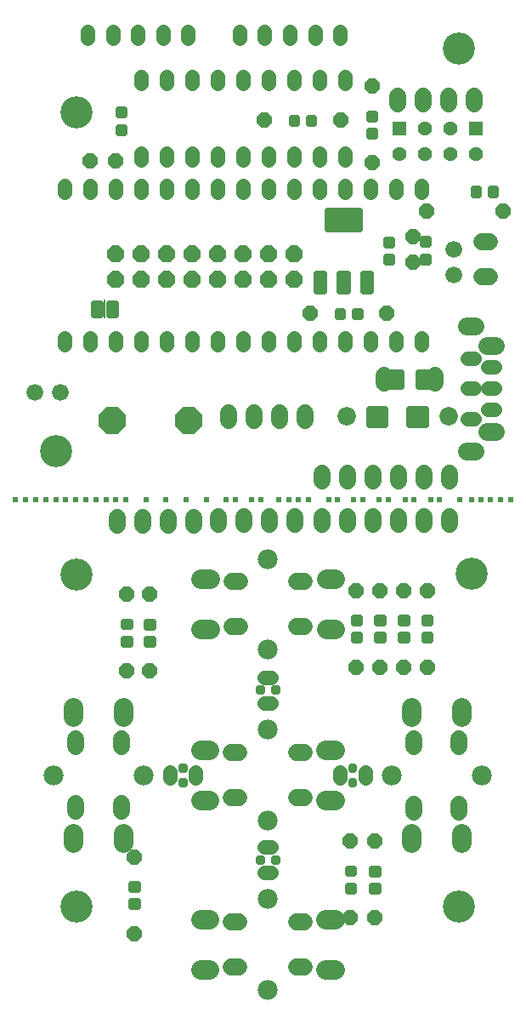
<source format=gts>
G75*
G70*
%OFA0B0*%
%FSLAX24Y24*%
%IPPOS*%
%LPD*%
%AMOC8*
5,1,8,0,0,1.08239X$1,22.5*
%
%ADD10C,0.0237*%
%ADD11C,0.0572*%
%ADD12OC8,0.1080*%
%ADD13OC8,0.0572*%
%ADD14C,0.0660*%
%ADD15C,0.0566*%
%ADD16C,0.1261*%
%ADD17R,0.0566X0.0566*%
%ADD18C,0.0566*%
%ADD19C,0.0653*%
%ADD20C,0.0221*%
%ADD21C,0.0218*%
%ADD22C,0.0217*%
%ADD23C,0.0726*%
%ADD24C,0.0715*%
%ADD25C,0.0222*%
%ADD26C,0.0660*%
%ADD27OC8,0.0660*%
%ADD28C,0.0227*%
%ADD29C,0.0775*%
%ADD30C,0.0781*%
%ADD31C,0.0222*%
%ADD32C,0.0218*%
%ADD33C,0.0218*%
%ADD34R,0.0060X0.0720*%
D10*
X018790Y034752D03*
X019184Y034752D03*
X019578Y034752D03*
X019972Y034752D03*
X020365Y034752D03*
X020759Y034752D03*
X021153Y034752D03*
X021546Y034752D03*
X021940Y034752D03*
X022334Y034752D03*
X022728Y034752D03*
X023121Y034752D03*
X023909Y034752D03*
X024696Y034752D03*
X025483Y034752D03*
X026271Y034752D03*
X027058Y034752D03*
X027413Y034752D03*
X028062Y034752D03*
X028416Y034752D03*
X029105Y034752D03*
X029499Y034752D03*
X029893Y034752D03*
X030287Y034752D03*
X031074Y034752D03*
X031428Y034752D03*
X032058Y034752D03*
X032413Y034752D03*
X033062Y034752D03*
X033416Y034752D03*
X034066Y034752D03*
X034420Y034752D03*
X035070Y034752D03*
X035424Y034752D03*
X036212Y034752D03*
X036665Y034752D03*
X037058Y034752D03*
X037413Y034752D03*
X037806Y034752D03*
X038200Y034752D03*
D11*
X034725Y040842D02*
X034725Y041102D01*
X033725Y041102D02*
X033725Y040842D01*
X032725Y040842D02*
X032725Y041102D01*
X031725Y041102D02*
X031725Y040842D01*
X030725Y040842D02*
X030725Y041102D01*
X029725Y041102D02*
X029725Y040842D01*
X028725Y040842D02*
X028725Y041102D01*
X027725Y041102D02*
X027725Y040842D01*
X026725Y040842D02*
X026725Y041102D01*
X025725Y041102D02*
X025725Y040842D01*
X024725Y040842D02*
X024725Y041102D01*
X023725Y041102D02*
X023725Y040842D01*
X022725Y040842D02*
X022725Y041102D01*
X021725Y041102D02*
X021725Y040842D01*
X020725Y040842D02*
X020725Y041102D01*
X020725Y046817D02*
X020725Y047077D01*
X021725Y047077D02*
X021725Y046817D01*
X022725Y046817D02*
X022725Y047077D01*
X023725Y047077D02*
X023725Y046817D01*
X024725Y046817D02*
X024725Y047077D01*
X024725Y048067D02*
X024725Y048327D01*
X023725Y048327D02*
X023725Y048067D01*
X025725Y048067D02*
X025725Y048327D01*
X026725Y048327D02*
X026725Y048067D01*
X026725Y047077D02*
X026725Y046817D01*
X025725Y046817D02*
X025725Y047077D01*
X027725Y047077D02*
X027725Y046817D01*
X028725Y046817D02*
X028725Y047077D01*
X028725Y048067D02*
X028725Y048327D01*
X027725Y048327D02*
X027725Y048067D01*
X029725Y048067D02*
X029725Y048327D01*
X029725Y047077D02*
X029725Y046817D01*
X030725Y046817D02*
X030725Y047077D01*
X030725Y048067D02*
X030725Y048327D01*
X031725Y048327D02*
X031725Y048067D01*
X031725Y047077D02*
X031725Y046817D01*
X032725Y046817D02*
X032725Y047077D01*
X033725Y047077D02*
X033725Y046817D01*
X034725Y046817D02*
X034725Y047077D01*
X031725Y051067D02*
X031725Y051327D01*
X030725Y051327D02*
X030725Y051067D01*
X029725Y051067D02*
X029725Y051327D01*
X028725Y051327D02*
X028725Y051067D01*
X027725Y051067D02*
X027725Y051327D01*
X026725Y051327D02*
X026725Y051067D01*
X025725Y051067D02*
X025725Y051327D01*
X024725Y051327D02*
X024725Y051067D01*
X023725Y051067D02*
X023725Y051327D01*
X028542Y027811D02*
X028802Y027811D01*
X028802Y026811D02*
X028542Y026811D01*
X025846Y024114D02*
X025846Y023854D01*
X024846Y023854D02*
X024846Y024114D01*
X028542Y021157D02*
X028802Y021157D01*
X028802Y020157D02*
X028542Y020157D01*
X031499Y023854D02*
X031499Y024114D01*
X032499Y024114D02*
X032499Y023854D01*
D12*
X025591Y037870D03*
X022591Y037870D03*
D13*
X023156Y031058D03*
X024047Y031051D03*
X024047Y028051D03*
X023156Y028058D03*
X023450Y020784D03*
X023450Y017784D03*
X031930Y018390D03*
X032884Y018385D03*
X032884Y021385D03*
X031930Y021390D03*
X032157Y028212D03*
X033082Y028212D03*
X034007Y028212D03*
X034932Y028212D03*
X034932Y031212D03*
X034007Y031212D03*
X033082Y031212D03*
X032157Y031212D03*
X033357Y042054D03*
X034393Y044056D03*
X034393Y045056D03*
X034928Y046051D03*
X032767Y047964D03*
X031550Y049626D03*
X032767Y050964D03*
X028550Y049626D03*
X022700Y048047D03*
X021700Y048047D03*
X030357Y042054D03*
X037928Y046051D03*
D14*
X036775Y050263D02*
X036775Y050563D01*
X035775Y050563D02*
X035775Y050263D01*
X034775Y050263D02*
X034775Y050563D01*
X033775Y050563D02*
X033775Y050263D01*
X033243Y039646D02*
X033243Y039346D01*
X035243Y039346D02*
X035243Y039646D01*
X034798Y035807D02*
X034798Y035507D01*
X033798Y035507D02*
X033798Y035807D01*
X032798Y035807D02*
X032798Y035507D01*
X031798Y035507D02*
X031798Y035807D01*
X030798Y035807D02*
X030798Y035507D01*
X030798Y034114D02*
X030798Y033814D01*
X031798Y033814D02*
X031798Y034114D01*
X032798Y034114D02*
X032798Y033814D01*
X033798Y033814D02*
X033798Y034114D01*
X034798Y034114D02*
X034798Y033814D01*
X035798Y033814D02*
X035798Y034114D01*
X035798Y035507D02*
X035798Y035807D01*
X030133Y037869D02*
X030133Y038169D01*
X029133Y038169D02*
X029133Y037869D01*
X028133Y037869D02*
X028133Y038169D01*
X027133Y038169D02*
X027133Y037869D01*
X026739Y034094D02*
X026739Y033794D01*
X025783Y033775D02*
X025783Y034075D01*
X024783Y034075D02*
X024783Y033775D01*
X023783Y033775D02*
X023783Y034075D01*
X022783Y034075D02*
X022783Y033775D01*
X027267Y031567D02*
X027567Y031567D01*
X027567Y029787D02*
X027267Y029787D01*
X029827Y029787D02*
X030127Y029787D01*
X030127Y031567D02*
X029827Y031567D01*
X029739Y033794D02*
X029739Y034094D01*
X028739Y034094D02*
X028739Y033794D01*
X027739Y033794D02*
X027739Y034094D01*
X022932Y025413D02*
X022932Y025113D01*
X021152Y025113D02*
X021152Y025413D01*
X021152Y022853D02*
X021152Y022553D01*
X022932Y022553D02*
X022932Y022853D01*
X027242Y023088D02*
X027542Y023088D01*
X027542Y024868D02*
X027242Y024868D01*
X029802Y024868D02*
X030102Y024868D01*
X030102Y023088D02*
X029802Y023088D01*
X029804Y018240D02*
X030104Y018240D01*
X030104Y016460D02*
X029804Y016460D01*
X027544Y016460D02*
X027244Y016460D01*
X027244Y018240D02*
X027544Y018240D01*
X034412Y022548D02*
X034412Y022848D01*
X036192Y022848D02*
X036192Y022548D01*
X036192Y025108D02*
X036192Y025408D01*
X034412Y025408D02*
X034412Y025108D01*
D15*
X036522Y037938D02*
X036780Y037938D01*
X037322Y038286D02*
X037580Y038286D01*
X037580Y039119D02*
X037322Y039119D01*
X037322Y039952D02*
X037580Y039952D01*
X036780Y040300D02*
X036522Y040300D01*
X036522Y039119D02*
X036780Y039119D01*
X031511Y052843D02*
X031511Y053101D01*
X031511Y052844D01*
X030534Y052849D02*
X030534Y053107D01*
X030534Y053095D02*
X030534Y052837D01*
X029544Y052837D02*
X029544Y053095D01*
X029544Y053107D02*
X029544Y052849D01*
X028554Y052849D02*
X028554Y053107D01*
X028554Y053095D02*
X028554Y052837D01*
X027574Y052837D02*
X027574Y053095D01*
X027574Y053107D02*
X027574Y052849D01*
X025561Y052844D02*
X025561Y053101D01*
X025561Y052843D01*
X024584Y052837D02*
X024584Y053095D01*
X024584Y053107D02*
X024584Y052849D01*
X023594Y052849D02*
X023594Y053107D01*
X023594Y053095D02*
X023594Y052837D01*
X022604Y052837D02*
X022604Y053095D01*
X022604Y053107D02*
X022604Y052849D01*
X021624Y052849D02*
X021624Y053107D01*
X021624Y053095D02*
X021624Y052837D01*
D16*
X021172Y049947D03*
X020385Y036653D03*
X021172Y031850D03*
X021172Y018838D03*
X036172Y018838D03*
X036665Y031858D03*
X036172Y052447D03*
D17*
X036844Y049303D03*
X033844Y049303D03*
D18*
X034844Y049303D03*
X035844Y049303D03*
X035844Y048303D03*
X034844Y048303D03*
X033844Y048303D03*
X036844Y048303D03*
D19*
X037070Y044873D02*
X037367Y044873D01*
X037362Y044867D02*
X037065Y044867D01*
X037070Y043495D02*
X037367Y043495D01*
X037362Y043489D02*
X037065Y043489D01*
D20*
X036949Y046712D02*
X036735Y046712D01*
X036735Y046964D01*
X036949Y046964D01*
X036949Y046712D01*
X036949Y046932D02*
X036735Y046932D01*
X037404Y046712D02*
X037618Y046712D01*
X037404Y046712D02*
X037404Y046964D01*
X037618Y046964D01*
X037618Y046712D01*
X037618Y046932D02*
X037404Y046932D01*
X032893Y049015D02*
X032893Y049229D01*
X032893Y049015D02*
X032641Y049015D01*
X032641Y049229D01*
X032893Y049229D01*
X032893Y049684D02*
X032893Y049898D01*
X032893Y049684D02*
X032641Y049684D01*
X032641Y049898D01*
X032893Y049898D01*
X030492Y049488D02*
X030278Y049488D01*
X030278Y049740D01*
X030492Y049740D01*
X030492Y049488D01*
X030492Y049708D02*
X030278Y049708D01*
X029823Y049488D02*
X029609Y049488D01*
X029609Y049740D01*
X029823Y049740D01*
X029823Y049488D01*
X029823Y049708D02*
X029609Y049708D01*
X031416Y042180D02*
X031630Y042180D01*
X031630Y041928D01*
X031416Y041928D01*
X031416Y042180D01*
X031416Y042148D02*
X031630Y042148D01*
X032085Y042180D02*
X032299Y042180D01*
X032299Y041928D01*
X032085Y041928D01*
X032085Y042180D01*
X032085Y042148D02*
X032299Y042148D01*
X032031Y030154D02*
X032031Y029940D01*
X032031Y030154D02*
X032283Y030154D01*
X032283Y029940D01*
X032031Y029940D01*
X032031Y029485D02*
X032031Y029271D01*
X032031Y029485D02*
X032283Y029485D01*
X032283Y029271D01*
X032031Y029271D01*
X032956Y029271D02*
X032956Y029485D01*
X033208Y029485D01*
X033208Y029271D01*
X032956Y029271D01*
X032956Y029940D02*
X032956Y030154D01*
X033208Y030154D01*
X033208Y029940D01*
X032956Y029940D01*
X033881Y029940D02*
X033881Y030154D01*
X034133Y030154D01*
X034133Y029940D01*
X033881Y029940D01*
X033881Y029485D02*
X033881Y029271D01*
X033881Y029485D02*
X034133Y029485D01*
X034133Y029271D01*
X033881Y029271D01*
X034806Y029271D02*
X034806Y029485D01*
X035058Y029485D01*
X035058Y029271D01*
X034806Y029271D01*
X034806Y029940D02*
X034806Y030154D01*
X035058Y030154D01*
X035058Y029940D01*
X034806Y029940D01*
X032758Y020327D02*
X032758Y020113D01*
X032758Y020327D02*
X033010Y020327D01*
X033010Y020113D01*
X032758Y020113D01*
X032758Y019657D02*
X032758Y019443D01*
X032758Y019657D02*
X033010Y019657D01*
X033010Y019443D01*
X032758Y019443D01*
X031804Y019448D02*
X031804Y019662D01*
X032056Y019662D01*
X032056Y019448D01*
X031804Y019448D01*
X031804Y020118D02*
X031804Y020332D01*
X032056Y020332D01*
X032056Y020118D01*
X031804Y020118D01*
X023921Y029109D02*
X023921Y029323D01*
X024173Y029323D01*
X024173Y029109D01*
X023921Y029109D01*
X023282Y029116D02*
X023282Y029330D01*
X023282Y029116D02*
X023030Y029116D01*
X023030Y029330D01*
X023282Y029330D01*
X023282Y029786D02*
X023282Y030000D01*
X023282Y029786D02*
X023030Y029786D01*
X023030Y030000D01*
X023282Y030000D01*
X023921Y029992D02*
X023921Y029778D01*
X023921Y029992D02*
X024173Y029992D01*
X024173Y029778D01*
X023921Y029778D01*
X023576Y019726D02*
X023576Y019512D01*
X023324Y019512D01*
X023324Y019726D01*
X023576Y019726D01*
X023576Y019056D02*
X023576Y018842D01*
X023324Y018842D01*
X023324Y019056D01*
X023576Y019056D01*
D21*
X033312Y044053D02*
X033312Y044289D01*
X033560Y044289D01*
X033560Y044053D01*
X033312Y044053D01*
X033312Y044270D02*
X033560Y044270D01*
X033312Y044742D02*
X033312Y044978D01*
X033560Y044978D01*
X033560Y044742D01*
X033312Y044742D01*
X033312Y044959D02*
X033560Y044959D01*
X034739Y044995D02*
X034739Y044759D01*
X034739Y044995D02*
X034987Y044995D01*
X034987Y044759D01*
X034739Y044759D01*
X034739Y044976D02*
X034987Y044976D01*
X034739Y044306D02*
X034739Y044070D01*
X034739Y044306D02*
X034987Y044306D01*
X034987Y044070D01*
X034739Y044070D01*
X034739Y044287D02*
X034987Y044287D01*
X022809Y049135D02*
X022809Y049371D01*
X023057Y049371D01*
X023057Y049135D01*
X022809Y049135D01*
X022809Y049352D02*
X023057Y049352D01*
X022809Y049824D02*
X022809Y050060D01*
X023057Y050060D01*
X023057Y049824D01*
X022809Y049824D01*
X022809Y050041D02*
X023057Y050041D01*
D22*
X032643Y038344D02*
X033293Y038344D01*
X033293Y037694D01*
X032643Y037694D01*
X032643Y038344D01*
X032643Y037910D02*
X033293Y037910D01*
X033293Y038126D02*
X032643Y038126D01*
X032643Y038342D02*
X033293Y038342D01*
X034217Y038344D02*
X034867Y038344D01*
X034867Y037694D01*
X034217Y037694D01*
X034217Y038344D01*
X034217Y037910D02*
X034867Y037910D01*
X034867Y038126D02*
X034217Y038126D01*
X034217Y038342D02*
X034867Y038342D01*
D23*
X035775Y038019D03*
X031775Y038019D03*
D24*
X036489Y036658D02*
X036814Y036658D01*
X037289Y037446D02*
X037614Y037446D01*
X037614Y040792D02*
X037289Y040792D01*
X036814Y041580D02*
X036489Y041580D01*
D25*
X035042Y039763D02*
X034572Y039763D01*
X035042Y039763D02*
X035042Y039213D01*
X034572Y039213D01*
X034572Y039763D01*
X034572Y039434D02*
X035042Y039434D01*
X035042Y039655D02*
X034572Y039655D01*
X033922Y039763D02*
X033452Y039763D01*
X033922Y039763D02*
X033922Y039213D01*
X033452Y039213D01*
X033452Y039763D01*
X033452Y039434D02*
X033922Y039434D01*
X033922Y039655D02*
X033452Y039655D01*
D26*
X035995Y043555D03*
X035995Y044555D03*
X020542Y038964D03*
X019542Y038964D03*
D27*
X022712Y043385D03*
X022712Y044385D03*
X023712Y044385D03*
X023712Y043385D03*
X024712Y043385D03*
X024712Y044385D03*
X025712Y044385D03*
X025712Y043385D03*
X026712Y043385D03*
X026712Y044385D03*
X027712Y044385D03*
X027712Y043385D03*
X028712Y043385D03*
X028712Y044385D03*
X029712Y044385D03*
X029712Y043385D03*
D28*
X029032Y027394D02*
X029032Y027266D01*
X028904Y027266D01*
X028904Y027394D01*
X029032Y027394D01*
X028441Y027394D02*
X028441Y027266D01*
X028313Y027266D01*
X028313Y027394D01*
X028441Y027394D01*
X025410Y024343D02*
X025282Y024343D01*
X025410Y024343D02*
X025410Y024215D01*
X025282Y024215D01*
X025282Y024343D01*
X025282Y023753D02*
X025410Y023753D01*
X025410Y023625D01*
X025282Y023625D01*
X025282Y023753D01*
X028441Y020721D02*
X028441Y020593D01*
X028313Y020593D01*
X028313Y020721D01*
X028441Y020721D01*
X029032Y020721D02*
X029032Y020593D01*
X028904Y020593D01*
X028904Y020721D01*
X029032Y020721D01*
X031935Y023753D02*
X032063Y023753D01*
X032063Y023625D01*
X031935Y023625D01*
X031935Y023753D01*
X031935Y024343D02*
X032063Y024343D01*
X032063Y024215D01*
X031935Y024215D01*
X031935Y024343D01*
D29*
X031309Y024964D02*
X030956Y024964D01*
X030956Y023004D02*
X031309Y023004D01*
X034326Y021700D02*
X034326Y021348D01*
X036286Y021348D02*
X036286Y021700D01*
X036286Y026268D02*
X036286Y026620D01*
X034326Y026620D02*
X034326Y026268D01*
X031328Y029697D02*
X030976Y029697D01*
X030976Y031657D02*
X031328Y031657D01*
X026408Y031657D02*
X026056Y031657D01*
X026056Y029697D02*
X026408Y029697D01*
X023019Y026620D02*
X023019Y026268D01*
X021059Y026268D02*
X021059Y026620D01*
X021059Y021700D02*
X021059Y021348D01*
X023019Y021348D02*
X023019Y021700D01*
X026036Y023004D02*
X026389Y023004D01*
X026389Y024964D02*
X026036Y024964D01*
X026036Y018330D02*
X026389Y018330D01*
X026389Y016370D02*
X026036Y016370D01*
X030956Y016370D02*
X031309Y016370D01*
X031309Y018330D02*
X030956Y018330D01*
D30*
X020269Y023984D03*
X023809Y023984D03*
X028672Y025754D03*
X028692Y028907D03*
X028692Y032447D03*
X033536Y023984D03*
X037076Y023984D03*
X028672Y022214D03*
X028672Y019120D03*
X028672Y015580D03*
D31*
X030582Y042942D02*
X030888Y042942D01*
X030582Y042942D02*
X030582Y043648D01*
X030888Y043648D01*
X030888Y042942D01*
X030888Y043163D02*
X030582Y043163D01*
X030582Y043384D02*
X030888Y043384D01*
X030888Y043605D02*
X030582Y043605D01*
X031492Y042942D02*
X031798Y042942D01*
X031492Y042942D02*
X031492Y043648D01*
X031798Y043648D01*
X031798Y042942D01*
X031798Y043163D02*
X031492Y043163D01*
X031492Y043384D02*
X031798Y043384D01*
X031798Y043605D02*
X031492Y043605D01*
X032402Y042942D02*
X032708Y042942D01*
X032402Y042942D02*
X032402Y043648D01*
X032708Y043648D01*
X032708Y042942D01*
X032708Y043163D02*
X032402Y043163D01*
X032402Y043384D02*
X032708Y043384D01*
X032708Y043605D02*
X032402Y043605D01*
D32*
X032284Y045371D02*
X031006Y045371D01*
X031006Y046099D01*
X032284Y046099D01*
X032284Y045371D01*
X032284Y045588D02*
X031006Y045588D01*
X031006Y045805D02*
X032284Y045805D01*
X032284Y046022D02*
X031006Y046022D01*
D33*
X022719Y042461D02*
X022431Y042461D01*
X022719Y042461D02*
X022719Y042003D01*
X022431Y042003D01*
X022431Y042461D01*
X022431Y042220D02*
X022719Y042220D01*
X022719Y042437D02*
X022431Y042437D01*
X022119Y042461D02*
X021831Y042461D01*
X022119Y042461D02*
X022119Y042003D01*
X021831Y042003D01*
X021831Y042461D01*
X021831Y042220D02*
X022119Y042220D01*
X022119Y042437D02*
X021831Y042437D01*
D34*
X022275Y042232D03*
M02*

</source>
